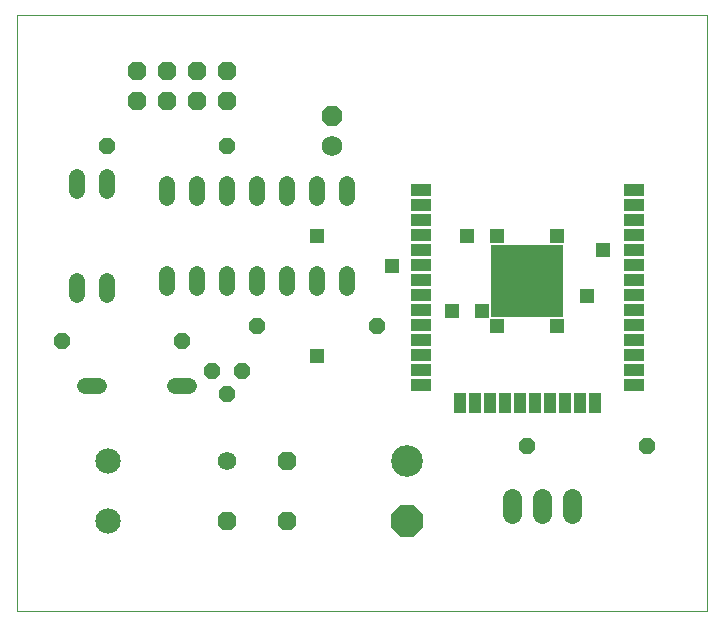
<source format=gts>
G75*
G70*
%OFA0B0*%
%FSLAX24Y24*%
%IPPOS*%
%LPD*%
%AMOC8*
5,1,8,0,0,1.08239X$1,22.5*
%
%ADD10C,0.0000*%
%ADD11C,0.0846*%
%ADD12C,0.0617*%
%ADD13OC8,0.0617*%
%ADD14C,0.1059*%
%ADD15OC8,0.1059*%
%ADD16OC8,0.0689*%
%ADD17C,0.0689*%
%ADD18C,0.0537*%
%ADD19OC8,0.0537*%
%ADD20R,0.0650X0.0413*%
%ADD21R,0.0413X0.0650*%
%ADD22R,0.2421X0.2421*%
%ADD23C,0.0617*%
%ADD24R,0.0484X0.0484*%
D10*
X000101Y000101D02*
X000101Y019971D01*
X023093Y019971D01*
X023093Y000101D01*
X000101Y000101D01*
D11*
X003111Y003109D03*
X003111Y005109D03*
D12*
X007101Y005101D03*
D13*
X009101Y005101D03*
X009101Y003101D03*
X007101Y003101D03*
X007101Y017101D03*
X006101Y017101D03*
X006101Y018101D03*
X007101Y018101D03*
X005101Y018101D03*
X004101Y018101D03*
X004101Y017101D03*
X005101Y017101D03*
D14*
X013101Y005101D03*
D15*
X013101Y003101D03*
D16*
X010601Y016601D03*
D17*
X010601Y015601D03*
D18*
X011101Y014340D02*
X011101Y013862D01*
X010101Y013862D02*
X010101Y014340D01*
X009101Y014340D02*
X009101Y013862D01*
X008101Y013862D02*
X008101Y014340D01*
X007101Y014340D02*
X007101Y013862D01*
X006101Y013862D02*
X006101Y014340D01*
X005101Y014340D02*
X005101Y013862D01*
X003101Y014101D02*
X003101Y014578D01*
X002101Y014578D02*
X002101Y014101D01*
X005101Y011340D02*
X005101Y010862D01*
X006101Y010862D02*
X006101Y011340D01*
X007101Y011340D02*
X007101Y010862D01*
X008101Y010862D02*
X008101Y011340D01*
X009101Y011340D02*
X009101Y010862D01*
X010101Y010862D02*
X010101Y011340D01*
X011101Y011340D02*
X011101Y010862D01*
X005840Y007601D02*
X005362Y007601D01*
X002840Y007601D02*
X002362Y007601D01*
X002101Y010623D02*
X002101Y011101D01*
X003101Y011101D02*
X003101Y010623D01*
D19*
X001601Y009101D03*
X005601Y009101D03*
X006601Y008101D03*
X007101Y007351D03*
X007601Y008101D03*
X008101Y009601D03*
X012101Y009601D03*
X017101Y005601D03*
X021101Y005601D03*
X007101Y015601D03*
X003101Y015601D03*
D20*
X013557Y014132D03*
X013557Y013632D03*
X013557Y013132D03*
X013557Y012632D03*
X013557Y012132D03*
X013557Y011632D03*
X013557Y011132D03*
X013557Y010632D03*
X013557Y010132D03*
X013557Y009632D03*
X013557Y009132D03*
X013557Y008632D03*
X013557Y008132D03*
X013557Y007632D03*
X020644Y007632D03*
X020644Y008132D03*
X020644Y008632D03*
X020644Y009132D03*
X020644Y009632D03*
X020644Y010132D03*
X020644Y010632D03*
X020644Y011132D03*
X020644Y011632D03*
X020644Y012132D03*
X020644Y012632D03*
X020644Y013132D03*
X020644Y013632D03*
X020644Y014132D03*
D21*
X019351Y007046D03*
X018851Y007046D03*
X018351Y007046D03*
X017851Y007046D03*
X017351Y007046D03*
X016851Y007046D03*
X016351Y007046D03*
X015851Y007046D03*
X015351Y007046D03*
X014851Y007046D03*
D22*
X017101Y011101D03*
D23*
X017601Y003880D02*
X017601Y003322D01*
X016601Y003322D02*
X016601Y003880D01*
X018601Y003880D02*
X018601Y003322D01*
D24*
X018101Y009601D03*
X019101Y010601D03*
X019632Y012132D03*
X018101Y012601D03*
X016101Y012601D03*
X015101Y012601D03*
X012601Y011601D03*
X014601Y010101D03*
X015601Y010101D03*
X016101Y009601D03*
X010101Y008601D03*
X010101Y012601D03*
M02*

</source>
